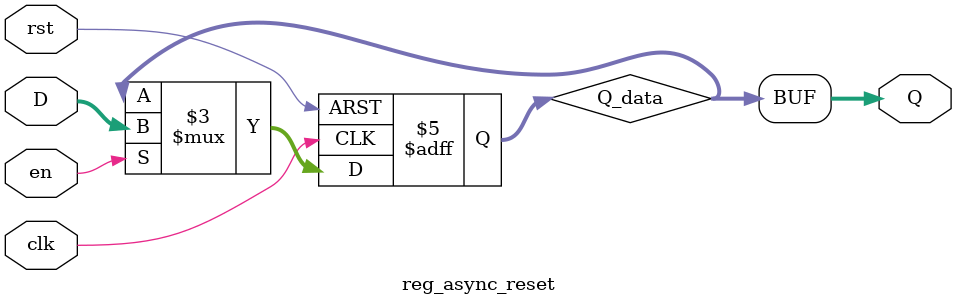
<source format=v>
module reg_async_reset(input [width - 1:0] D,
                       output [width - 1:0] Q,
                       input en,
                       input                clk,
                       input                rst);

   parameter width = 32;

   reg [width - 1: 0]                                      Q_data;
   
   always @(posedge clk or negedge rst) begin
      if (!rst) begin
         Q_data <= 0;
      end else begin
         if (en) begin
            Q_data <= D;
         end
      end
   end

   assign Q = Q_data;
   
   
endmodule

</source>
